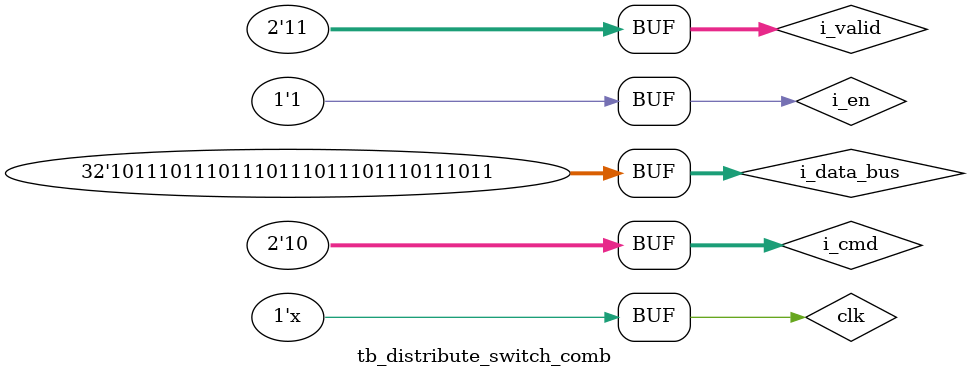
<source format=v>
`timescale 1ns / 1ps

module tb_distribute_switch_comb();

	parameter DATA_WIDTH  = 32;

    // timing signals
    reg                            clk;

    // data signals
	reg    [1:0]                   i_valid;        // valid input data signal
	reg    [DATA_WIDTH-1:0]        i_data_bus;     // input data bus coming into mux
	
	wire                           o_valid;        // output valid
    wire   [2*DATA_WIDTH-1:0]      o_data_bus;     // output data 

	// control signals
	reg                            i_en;           // mux enable
	reg    [1:0]                   i_cmd;          // command 
                                // 0 --> Branch_left
                                // 1 --> Branch_right
    
    // Test case declaration
    // all cases for control
    initial 
    begin
        clk = 1'b0;
        // not enable at start
        #20
        i_valid = 2'b00;
        i_data_bus = {(DATA_WIDTH>>2){4'hA}};
        i_en = 1'b1;
        i_cmd = 2'b00;
        
        // rst active;
        #20
        i_valid = 2'b11;
        i_data_bus = {(DATA_WIDTH>>2){4'hA}};
        i_en = 1'b1;
        i_cmd = 2'b00;
        
        // input active -- branch_low
        #20
        i_valid = 2'b11;
        i_data_bus = {(DATA_WIDTH>>2){4'hA}};
        i_en = 1'b1;
        i_cmd = 2'b01;
    
        // input active -- branch_high
        #20
        i_valid = 2'b11;
        i_data_bus = {(DATA_WIDTH>>2){4'hA}};
        i_en = 1'b1;
        i_cmd = 2'b10;
        
        // input active -- duplicate
        #20
        i_valid = 2'b11;
        i_data_bus = {(DATA_WIDTH>>2){4'hA}};
        i_en = 1'b1;
        i_cmd = 2'b11;
        
        // disable in progress
        #20
        i_valid = 2'b11;
        i_data_bus = {(DATA_WIDTH>>2){4'hA}};
        i_en = 1'b0;
        i_cmd = 2'b11;
         
        
        // enable in progress
        #20
        i_valid = 2'b11;
        i_data_bus = {(DATA_WIDTH>>2){4'hA}};
        i_en = 1'b1;
        i_cmd = 2'b11;
        
        // reset half way
        #20
        i_valid = 2'b11;
        i_data_bus = {(DATA_WIDTH>>2){4'hA}};
        i_en = 1'b1;
        i_cmd = 2'b11;
        
        // change data half way
        #20
        i_valid = 2'b11;
        i_data_bus = {(DATA_WIDTH>>2){4'hB}};
        i_en = 1'b1;
        i_cmd = 2'b11;
        
        // invalid high output 
        #20
        i_valid = 2'b11;
        i_data_bus = {(DATA_WIDTH>>2){4'hB}};
        i_en = 1'b1;
        i_cmd = 2'b01;
       
        // invalid low output 
        #20
        i_valid = 2'b11;
        i_data_bus = {(DATA_WIDTH>>2){4'hB}};
        i_en = 1'b1;
        i_cmd = 2'b10;
end


    // instantiate DUT (device under test)
    distribute_switch_comb #(
		.DATA_WIDTH(DATA_WIDTH)
	) dut(
		.i_valid(i_valid),
		.i_data_bus(i_data_bus),
		.o_valid(o_valid),
		.o_data_bus(o_data_bus),
		.i_en(i_en),
		.i_cmd(i_cmd)
	);

    always#5 clk=~clk;

endmodule


</source>
